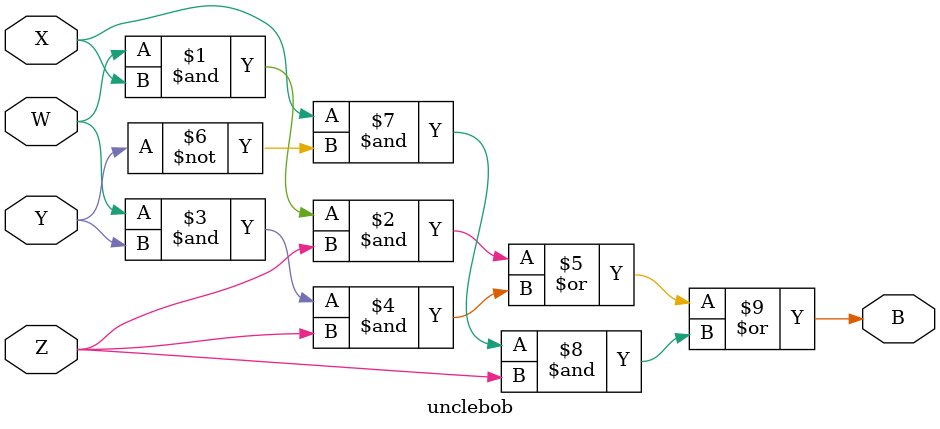
<source format=v>
module unclebob(B, W, X, Y, Z);

	input W, X, Y, Z;
	output B;
	
	assign B = (W & X & Z) | (W & Y & Z) | (X & ~Y & Z);
	
endmodule










</source>
